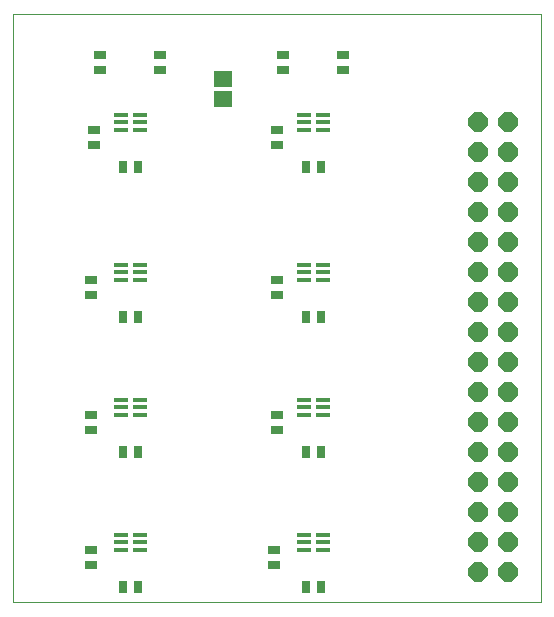
<source format=gts>
G75*
G70*
%OFA0B0*%
%FSLAX24Y24*%
%IPPOS*%
%LPD*%
%AMOC8*
5,1,8,0,0,1.08239X$1,22.5*
%
%ADD10C,0.0000*%
%ADD11R,0.0453X0.0158*%
%ADD12R,0.0316X0.0394*%
%ADD13R,0.0394X0.0316*%
%ADD14OC8,0.0640*%
%ADD15R,0.0631X0.0552*%
D10*
X000180Y000600D02*
X000180Y020200D01*
X017780Y020200D01*
X017780Y000600D01*
X000180Y000600D01*
D11*
X003765Y002344D03*
X003765Y002600D03*
X003765Y002856D03*
X004395Y002856D03*
X004395Y002600D03*
X004395Y002344D03*
X004395Y006844D03*
X004395Y007100D03*
X004395Y007356D03*
X003765Y007356D03*
X003765Y007100D03*
X003765Y006844D03*
X003765Y011344D03*
X003765Y011600D03*
X003765Y011856D03*
X004395Y011856D03*
X004395Y011600D03*
X004395Y011344D03*
X004395Y016344D03*
X004395Y016600D03*
X004395Y016856D03*
X003765Y016856D03*
X003765Y016600D03*
X003765Y016344D03*
X009865Y016344D03*
X009865Y016600D03*
X009865Y016856D03*
X010495Y016856D03*
X010495Y016600D03*
X010495Y016344D03*
X010495Y011856D03*
X010495Y011600D03*
X010495Y011344D03*
X009865Y011344D03*
X009865Y011600D03*
X009865Y011856D03*
X009865Y007356D03*
X009865Y007100D03*
X009865Y006844D03*
X010495Y006844D03*
X010495Y007100D03*
X010495Y007356D03*
X010495Y002856D03*
X010495Y002600D03*
X010495Y002344D03*
X009865Y002344D03*
X009865Y002600D03*
X009865Y002856D03*
D12*
X009924Y001100D03*
X010436Y001100D03*
X010436Y005600D03*
X009924Y005600D03*
X009924Y010100D03*
X010436Y010100D03*
X010436Y015100D03*
X009924Y015100D03*
X004336Y015100D03*
X003824Y015100D03*
X003824Y010100D03*
X004336Y010100D03*
X004336Y005600D03*
X003824Y005600D03*
X003824Y001100D03*
X004336Y001100D03*
D13*
X002780Y001844D03*
X002780Y002356D03*
X002780Y006344D03*
X002780Y006856D03*
X002780Y010844D03*
X002780Y011356D03*
X002880Y015844D03*
X002880Y016356D03*
X003080Y018344D03*
X003080Y018856D03*
X005080Y018856D03*
X005080Y018344D03*
X008980Y016356D03*
X008980Y015844D03*
X009180Y018344D03*
X009180Y018856D03*
X011180Y018856D03*
X011180Y018344D03*
X008980Y011356D03*
X008980Y010844D03*
X008980Y006856D03*
X008980Y006344D03*
X008880Y002356D03*
X008880Y001844D03*
D14*
X015680Y001600D03*
X015680Y002600D03*
X015680Y003600D03*
X015680Y004600D03*
X015680Y005600D03*
X015680Y006600D03*
X015680Y007600D03*
X015680Y008600D03*
X015680Y009600D03*
X015680Y010600D03*
X015680Y011600D03*
X015680Y012600D03*
X015680Y013600D03*
X015680Y014600D03*
X015680Y015600D03*
X015680Y016600D03*
X016680Y016600D03*
X016680Y015600D03*
X016680Y014600D03*
X016680Y013600D03*
X016680Y012600D03*
X016680Y011600D03*
X016680Y010600D03*
X016680Y009600D03*
X016680Y008600D03*
X016680Y007600D03*
X016680Y006600D03*
X016680Y005600D03*
X016680Y004600D03*
X016680Y003600D03*
X016680Y002600D03*
X016680Y001600D03*
D15*
X007180Y017365D03*
X007180Y018035D03*
M02*

</source>
